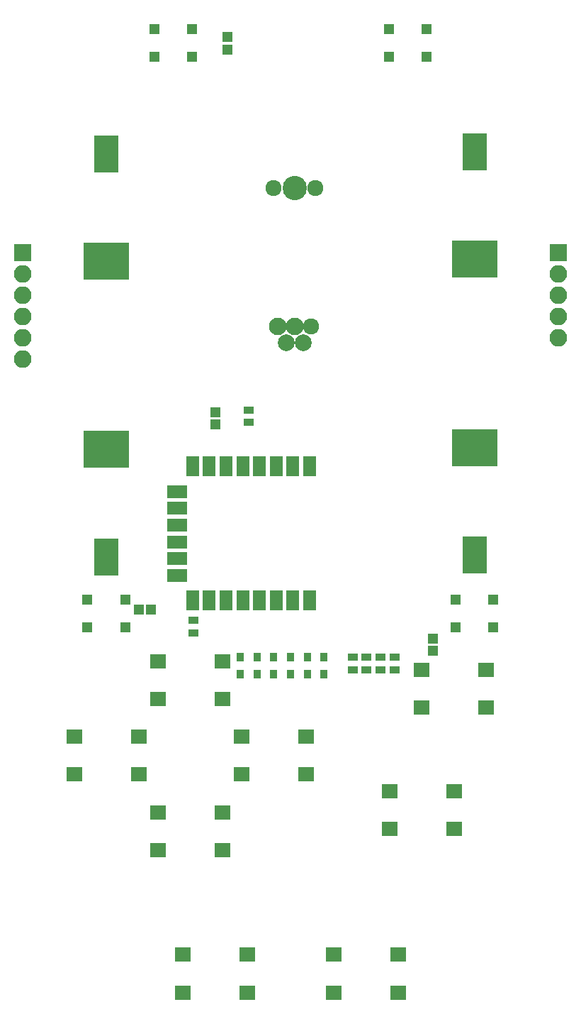
<source format=gts>
G04 #@! TF.GenerationSoftware,KiCad,Pcbnew,(2017-07-14 revision d3b382c28)-master*
G04 #@! TF.CreationDate,2017-07-21T01:22:26-04:00*
G04 #@! TF.ProjectId,MAGLabs-2017-Swadges,4D41474C6162732D323031372D537761,rev?*
G04 #@! TF.SameCoordinates,Original
G04 #@! TF.FileFunction,Soldermask,Top*
G04 #@! TF.FilePolarity,Negative*
%FSLAX46Y46*%
G04 Gerber Fmt 4.6, Leading zero omitted, Abs format (unit mm)*
G04 Created by KiCad (PCBNEW (2017-07-14 revision d3b382c28)-master) date Fri Jul 21 01:22:26 2017*
%MOMM*%
%LPD*%
G01*
G04 APERTURE LIST*
%ADD10R,1.300000X1.300000*%
%ADD11R,1.600000X2.400000*%
%ADD12R,2.400000X1.600000*%
%ADD13O,2.100000X2.100000*%
%ADD14R,2.100000X2.100000*%
%ADD15R,1.950000X1.700000*%
%ADD16R,1.300000X0.900000*%
%ADD17R,2.900000X4.400000*%
%ADD18R,5.400000X4.400000*%
%ADD19C,2.100000*%
%ADD20C,1.924000*%
%ADD21C,2.900000*%
%ADD22C,2.000000*%
%ADD23R,1.150000X1.200000*%
%ADD24R,1.200000X1.150000*%
%ADD25R,0.850000X1.000000*%
G04 APERTURE END LIST*
D10*
X116250000Y-107650000D03*
X111750000Y-107650000D03*
X116250000Y-104350000D03*
X111750000Y-104350000D03*
D11*
X138300000Y-104500000D03*
X136300000Y-104500000D03*
X134300000Y-104500000D03*
X132300000Y-104500000D03*
X130300000Y-104500000D03*
X128300000Y-104500000D03*
X126300000Y-104500000D03*
X124300000Y-104500000D03*
X138300000Y-88500000D03*
X136300000Y-88500000D03*
X134300000Y-88500000D03*
X132300000Y-88500000D03*
X130300000Y-88500000D03*
X128300000Y-88500000D03*
X126300000Y-88500000D03*
X124300000Y-88500000D03*
D12*
X122500000Y-91500000D03*
X122500000Y-93500000D03*
X122500000Y-95500000D03*
X122500000Y-101500000D03*
X122500000Y-99500000D03*
X122500000Y-97500000D03*
D13*
X104000000Y-75700000D03*
X104000000Y-73160000D03*
X104000000Y-70620000D03*
X104000000Y-68080000D03*
X104000000Y-65540000D03*
D14*
X104000000Y-63000000D03*
D15*
X147900000Y-127250000D03*
X155600000Y-127250000D03*
X155600000Y-131750000D03*
X147900000Y-131750000D03*
X151650000Y-112750000D03*
X159350000Y-112750000D03*
X159350000Y-117250000D03*
X151650000Y-117250000D03*
X141150000Y-146750000D03*
X148850000Y-146750000D03*
X148850000Y-151250000D03*
X141150000Y-151250000D03*
X123150000Y-146750000D03*
X130850000Y-146750000D03*
X130850000Y-151250000D03*
X123150000Y-151250000D03*
X130150000Y-120750000D03*
X137850000Y-120750000D03*
X137850000Y-125250000D03*
X130150000Y-125250000D03*
X120150000Y-129750000D03*
X127850000Y-129750000D03*
X127850000Y-134250000D03*
X120150000Y-134250000D03*
X110150000Y-120750000D03*
X117850000Y-120750000D03*
X117850000Y-125250000D03*
X110150000Y-125250000D03*
X120150000Y-111750000D03*
X127850000Y-111750000D03*
X127850000Y-116250000D03*
X120150000Y-116250000D03*
D16*
X146750000Y-111250000D03*
X146750000Y-112750000D03*
X145100000Y-112750000D03*
X145100000Y-111250000D03*
X143450000Y-112750000D03*
X143450000Y-111250000D03*
D17*
X158000000Y-99035000D03*
D18*
X158000000Y-86225000D03*
X158000000Y-63775000D03*
D17*
X158000000Y-50965000D03*
D19*
X134500000Y-71750000D03*
X136500000Y-71750000D03*
D20*
X138500000Y-71750000D03*
X139000000Y-55250000D03*
X134000000Y-55250000D03*
D21*
X136500000Y-55250000D03*
D22*
X135500000Y-73750000D03*
X137500000Y-73750000D03*
D17*
X114000000Y-51190000D03*
D18*
X114000000Y-64000000D03*
X114000000Y-86450000D03*
D17*
X114000000Y-99260000D03*
D23*
X127000000Y-83500000D03*
X127000000Y-82000000D03*
D24*
X119350000Y-105600000D03*
X117850000Y-105600000D03*
D23*
X128500000Y-37250000D03*
X128500000Y-38750000D03*
X153000000Y-109000000D03*
X153000000Y-110500000D03*
D25*
X130000000Y-113300000D03*
X130000000Y-111200000D03*
X132000000Y-113300000D03*
X132000000Y-111200000D03*
X134000000Y-113300000D03*
X134000000Y-111200000D03*
D10*
X155750000Y-104350000D03*
X160250000Y-104350000D03*
X155750000Y-107650000D03*
X160250000Y-107650000D03*
X147750000Y-36350000D03*
X152250000Y-36350000D03*
X147750000Y-39650000D03*
X152250000Y-39650000D03*
X124250000Y-39650000D03*
X119750000Y-39650000D03*
X124250000Y-36350000D03*
X119750000Y-36350000D03*
D25*
X136000000Y-113300000D03*
X136000000Y-111200000D03*
X138000000Y-111200000D03*
X138000000Y-113300000D03*
X140000000Y-111200000D03*
X140000000Y-113300000D03*
D13*
X168000000Y-73160000D03*
X168000000Y-70620000D03*
X168000000Y-68080000D03*
X168000000Y-65540000D03*
D14*
X168000000Y-63000000D03*
D16*
X131000000Y-83250000D03*
X131000000Y-81750000D03*
X124400000Y-108350000D03*
X124400000Y-106850000D03*
X148450000Y-111250000D03*
X148450000Y-112750000D03*
M02*

</source>
